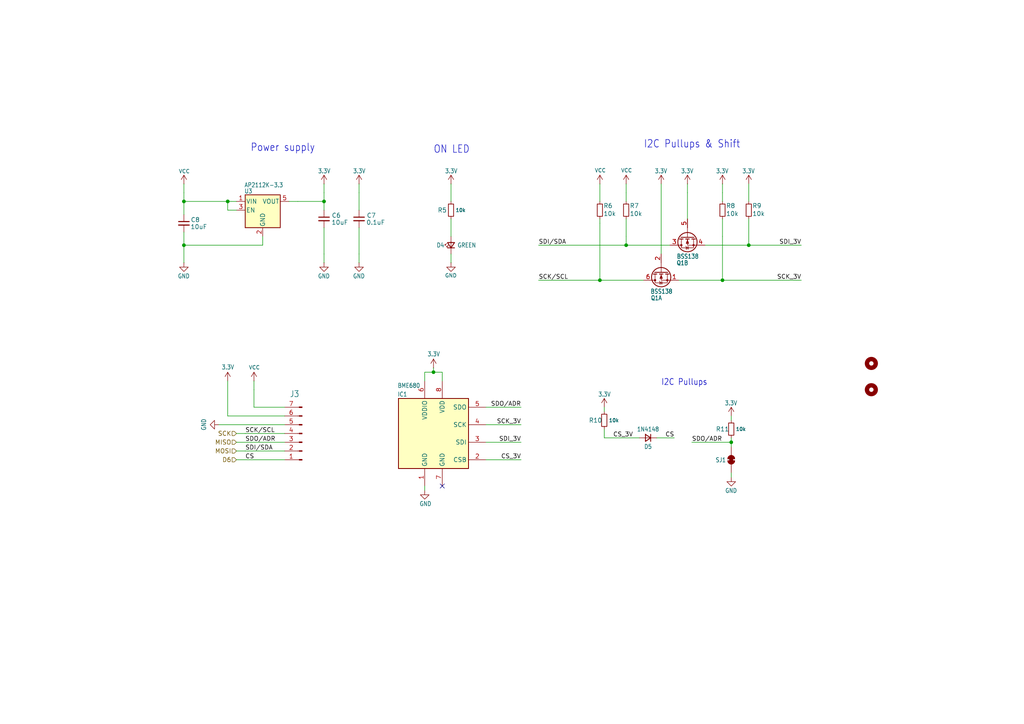
<source format=kicad_sch>
(kicad_sch (version 20231120) (generator "eeschema") (generator_version "8.0")
  (paper "A4")
  (lib_symbols
    (symbol "Connector:Conn_01x07_Pin" (pin_names (offset 1.016) hide)
      (property "Reference" "J" (at 0 10.16 0))
      (property "Value" "Conn_01x07_Pin" (at 0 -10.16 0))
      (symbol "Conn_01x07_Pin_1_1"
        (polyline (pts (xy 1.27 -7.62) (xy 0.8636 -7.62)) (stroke (width 0.1524)))
        (polyline (pts (xy 1.27 -5.08) (xy 0.8636 -5.08)) (stroke (width 0.1524)))
        (polyline (pts (xy 1.27 -2.54) (xy 0.8636 -2.54)) (stroke (width 0.1524)))
        (polyline (pts (xy 1.27 0) (xy 0.8636 0)) (stroke (width 0.1524)))
        (polyline (pts (xy 1.27 2.54) (xy 0.8636 2.54)) (stroke (width 0.1524)))
        (polyline (pts (xy 1.27 5.08) (xy 0.8636 5.08)) (stroke (width 0.1524)))
        (polyline (pts (xy 1.27 7.62) (xy 0.8636 7.62)) (stroke (width 0.1524)))
        (rectangle (start 0.8636 -7.493) (end 0 -7.747) (stroke (width 0.1524)) (fill (type outline)))
        (rectangle (start 0.8636 -4.953) (end 0 -5.207) (stroke (width 0.1524)) (fill (type outline)))
        (rectangle (start 0.8636 -2.413) (end 0 -2.667) (stroke (width 0.1524)) (fill (type outline)))
        (rectangle (start 0.8636 0.127) (end 0 -0.127) (stroke (width 0.1524)) (fill (type outline)))
        (rectangle (start 0.8636 2.667) (end 0 2.413) (stroke (width 0.1524)) (fill (type outline)))
        (rectangle (start 0.8636 5.207) (end 0 4.953) (stroke (width 0.1524)) (fill (type outline)))
        (rectangle (start 0.8636 7.747) (end 0 7.493) (stroke (width 0.1524)) (fill (type outline)))
        (pin passive line (at 5.08 7.62 180) (length 3.81) (name "Pin_1") (number "1"))
        (pin passive line (at 5.08 5.08 180) (length 3.81) (name "Pin_2") (number "2"))
        (pin passive line (at 5.08 2.54 180) (length 3.81) (name "Pin_3") (number "3"))
        (pin passive line (at 5.08 0 180) (length 3.81) (name "Pin_4") (number "4"))
        (pin passive line (at 5.08 -2.54 180) (length 3.81) (name "Pin_5") (number "5"))
        (pin passive line (at 5.08 -5.08 180) (length 3.81) (name "Pin_6") (number "6"))
        (pin passive line (at 5.08 -7.62 180) (length 3.81) (name "Pin_7") (number "7"))
      )
    )
    (symbol "Device:C_Small" (pin_numbers hide) (pin_names (offset 0.254) hide)
      (property "Reference" "C" (at 0.254 1.778 0))
      (property "Value" "C_Small" (at 0.254 -2.032 0))
      (symbol "C_Small_0_1"
        (polyline (pts (xy -1.524 -0.508) (xy 1.524 -0.508)) (stroke (width 0.3302)))
        (polyline (pts (xy -1.524 0.508) (xy 1.524 0.508)) (stroke (width 0.3048)))
      )
      (symbol "C_Small_1_1"
        (pin passive line (at 0 2.54 270) (length 2.032) (name "~") (number "1"))
        (pin passive line (at 0 -2.54 90) (length 2.032) (name "~") (number "2"))
      )
    )
    (symbol "Device:D_Small" (pin_numbers hide) (pin_names (offset 0.254) hide)
      (property "Reference" "D" (at -1.27 2.032 0))
      (property "Value" "D_Small" (at -3.81 -2.032 0))
      (symbol "D_Small_0_1"
        (polyline (pts (xy -0.762 -1.016) (xy -0.762 1.016)) (stroke (width 0.254)))
        (polyline (pts (xy -0.762 0) (xy 0.762 0)))
        (polyline (pts (xy 0.762 -1.016) (xy -0.762 0) (xy 0.762 1.016) (xy 0.762 -1.016)) (stroke (width 0.254)))
      )
      (symbol "D_Small_1_1"
        (pin passive line (at -2.54 0 0) (length 1.778) (name "K") (number "1"))
        (pin passive line (at 2.54 0 180) (length 1.778) (name "A") (number "2"))
      )
    )
    (symbol "Device:LED_Small" (pin_numbers hide) (pin_names (offset 0.254) hide)
      (property "Reference" "D" (at -1.27 3.175 0))
      (property "Value" "LED_Small" (at -4.445 -2.54 0))
      (symbol "LED_Small_0_1"
        (polyline (pts (xy -0.762 -1.016) (xy -0.762 1.016)) (stroke (width 0.254)))
        (polyline (pts (xy 1.016 0) (xy -0.762 0)))
        (polyline (pts (xy 0.762 -1.016) (xy -0.762 0) (xy 0.762 1.016) (xy 0.762 -1.016)) (stroke (width 0.254)))
        (polyline (pts (xy 0 0.762) (xy -0.508 1.27) (xy -0.254 1.27) (xy -0.508 1.27) (xy -0.508 1.016)))
        (polyline (pts (xy 0.508 1.27) (xy 0 1.778) (xy 0.254 1.778) (xy 0 1.778) (xy 0 1.524)))
      )
      (symbol "LED_Small_1_1"
        (pin passive line (at -2.54 0 0) (length 1.778) (name "K") (number "1"))
        (pin passive line (at 2.54 0 180) (length 1.778) (name "A") (number "2"))
      )
    )
    (symbol "Device:Q_Dual_NMOS_G1S2G2D2S1D1" (pin_names (offset 0) hide)
      (property "Reference" "Q2" (at 8.382 -0.254 90))
      (property "Value" "BSS138" (at 6.477 -3.302 90))
      (symbol "Q_Dual_NMOS_G1S2G2D2S1D1_0_1"
        (polyline (pts (xy 0.254 0) (xy -2.54 0)))
        (polyline (pts (xy 0.254 1.905) (xy 0.254 -1.905)) (stroke (width 0.254)))
        (polyline (pts (xy 0.762 -1.27) (xy 0.762 -2.286)) (stroke (width 0.254)))
        (polyline (pts (xy 0.762 0.508) (xy 0.762 -0.508)) (stroke (width 0.254)))
        (polyline (pts (xy 0.762 2.286) (xy 0.762 1.27)) (stroke (width 0.254)))
        (polyline (pts (xy 2.54 2.54) (xy 2.54 1.778)))
        (polyline (pts (xy 2.54 -2.54) (xy 2.54 0) (xy 0.762 0)))
        (polyline (pts (xy 0.762 -1.778) (xy 3.302 -1.778) (xy 3.302 1.778) (xy 0.762 1.778)))
        (polyline (pts (xy 1.016 0) (xy 2.032 0.381) (xy 2.032 -0.381) (xy 1.016 0)) (fill (type outline)))
        (polyline (pts (xy 2.794 0.508) (xy 2.921 0.381) (xy 3.683 0.381) (xy 3.81 0.254)))
        (polyline (pts (xy 3.302 0.381) (xy 2.921 -0.254) (xy 3.683 -0.254) (xy 3.302 0.381)))
        (circle (center 1.651 0) (radius 2.794) (stroke (width 0.254)))
        (circle (center 2.54 -1.778) (radius 0.254) (fill (type outline)))
        (circle (center 2.54 1.778) (radius 0.254) (fill (type outline)))
      )
      (symbol "Q_Dual_NMOS_G1S2G2D2S1D1_1_1"
        (pin passive line (at 2.54 -5.08 90) (length 2.54) (name "S") (number "1"))
        (pin input line (at -5.08 0 0) (length 2.54) (name "G") (number "2"))
        (pin passive line (at 2.54 5.08 270) (length 2.54) (name "D") (number "6"))
      )
      (symbol "Q_Dual_NMOS_G1S2G2D2S1D1_2_1"
        (pin passive line (at 2.54 5.08 270) (length 2.54) (name "D") (number "3"))
        (pin passive line (at 2.54 -5.08 90) (length 2.54) (name "S") (number "4"))
        (pin input line (at -5.08 0 0) (length 2.54) (name "G") (number "5"))
      )
    )
    (symbol "Device:R_Small" (pin_numbers hide) (pin_names (offset 0.254) hide)
      (property "Reference" "R" (at 0.762 0.508 0))
      (property "Value" "R_Small" (at 0.762 -1.016 0))
      (symbol "R_Small_0_1"
        (rectangle (start -0.762 1.778) (end 0.762 -1.778) (stroke (width 0.2032)))
      )
      (symbol "R_Small_1_1"
        (pin passive line (at 0 2.54 270) (length 0.762) (name "~") (number "1"))
        (pin passive line (at 0 -2.54 90) (length 0.762) (name "~") (number "2"))
      )
    )
    (symbol "Jumper:SolderJumper_2_Bridged" (pin_numbers hide) (pin_names (offset 0) hide) (exclude_from_sim yes) (in_bom no)
      (property "Reference" "JP" (at 0 2.032 0))
      (property "Value" "SolderJumper_2_Bridged" (at 0 -2.54 0))
      (symbol "SolderJumper_2_Bridged_0_1"
        (rectangle (start -0.508 0.508) (end 0.508 -0.508) (fill (type outline)))
        (arc (start -0.254 1.016) (mid -1.2656 0) (end -0.254 -1.016))
        (arc (start -0.254 1.016) (mid -1.2656 0) (end -0.254 -1.016) (fill (type outline)))
        (polyline (pts (xy -0.254 1.016) (xy -0.254 -1.016)))
        (polyline (pts (xy 0.254 1.016) (xy 0.254 -1.016)))
        (arc (start 0.254 -1.016) (mid 1.2656 0) (end 0.254 1.016))
        (arc (start 0.254 -1.016) (mid 1.2656 0) (end 0.254 1.016) (fill (type outline)))
      )
      (symbol "SolderJumper_2_Bridged_1_1"
        (pin passive line (at -3.81 0 0) (length 2.54) (name "A") (number "1"))
        (pin passive line (at 3.81 0 180) (length 2.54) (name "B") (number "2"))
      )
    )
    (symbol "Mechanical:MountingHole" (pin_names (offset 1.016)) (exclude_from_sim yes) (in_bom no)
      (property "Reference" "H" (at 0 5.08 0))
      (property "Value" "MountingHole" (at 0 3.175 0))
      (symbol "MountingHole_0_1"
        (circle (center 0 0) (radius 1.27) (stroke (width 1.27)))
      )
    )
    (symbol "Q_Dual_NMOS_G1S2G2D2S1D1_1" (pin_names (offset 0) hide)
      (property "Reference" "Q2" (at 8.382 -0.254 90))
      (property "Value" "BSS138" (at 6.477 -3.302 90))
      (symbol "Q_Dual_NMOS_G1S2G2D2S1D1_1_0_1"
        (polyline (pts (xy 0.254 0) (xy -2.54 0)))
        (polyline (pts (xy 0.254 1.905) (xy 0.254 -1.905)) (stroke (width 0.254)))
        (polyline (pts (xy 0.762 -1.27) (xy 0.762 -2.286)) (stroke (width 0.254)))
        (polyline (pts (xy 0.762 0.508) (xy 0.762 -0.508)) (stroke (width 0.254)))
        (polyline (pts (xy 0.762 2.286) (xy 0.762 1.27)) (stroke (width 0.254)))
        (polyline (pts (xy 2.54 2.54) (xy 2.54 1.778)))
        (polyline (pts (xy 2.54 -2.54) (xy 2.54 0) (xy 0.762 0)))
        (polyline (pts (xy 0.762 -1.778) (xy 3.302 -1.778) (xy 3.302 1.778) (xy 0.762 1.778)))
        (polyline (pts (xy 1.016 0) (xy 2.032 0.381) (xy 2.032 -0.381) (xy 1.016 0)) (fill (type outline)))
        (polyline (pts (xy 2.794 0.508) (xy 2.921 0.381) (xy 3.683 0.381) (xy 3.81 0.254)))
        (polyline (pts (xy 3.302 0.381) (xy 2.921 -0.254) (xy 3.683 -0.254) (xy 3.302 0.381)))
        (circle (center 1.651 0) (radius 2.794) (stroke (width 0.254)))
        (circle (center 2.54 -1.778) (radius 0.254) (fill (type outline)))
        (circle (center 2.54 1.778) (radius 0.254) (fill (type outline)))
      )
      (symbol "Q_Dual_NMOS_G1S2G2D2S1D1_1_1_1"
        (pin passive line (at 2.54 -5.08 90) (length 2.54) (name "S") (number "1"))
        (pin input line (at -5.08 0 0) (length 2.54) (name "G") (number "2"))
        (pin passive line (at 2.54 5.08 270) (length 2.54) (name "D") (number "6"))
      )
      (symbol "Q_Dual_NMOS_G1S2G2D2S1D1_1_2_1"
        (pin passive line (at 2.54 5.08 270) (length 2.54) (name "D") (number "3"))
        (pin passive line (at 2.54 -5.08 90) (length 2.54) (name "S") (number "4"))
        (pin input line (at -5.08 0 0) (length 2.54) (name "G") (number "5"))
      )
    )
    (symbol "Regulator_Linear:AP2112K-3.3" (pin_names (offset 0.254))
      (property "Reference" "U" (at -5.08 5.715 0))
      (property "Value" "AP2112K-3.3" (at 0 5.715 0))
      (symbol "AP2112K-3.3_0_1"
        (rectangle (start -5.08 4.445) (end 5.08 -5.08) (stroke (width 0.254)) (fill (type background)))
      )
      (symbol "AP2112K-3.3_1_1"
        (pin power_in line (at -7.62 2.54 0) (length 2.54) (name "VIN") (number "1"))
        (pin power_in line (at 0 -7.62 90) (length 2.54) (name "GND") (number "2"))
        (pin input line (at -7.62 0 0) (length 2.54) (name "EN") (number "3"))
        (pin no_connect line (at 5.08 0 180) (length 2.54) hide (name "NC") (number "4"))
        (pin power_out line (at 7.62 2.54 180) (length 2.54) (name "VOUT") (number "5"))
      )
    )
    (symbol "Sensor:BME680"
      (property "Reference" "U" (at -8.89 11.43 0))
      (property "Value" "BME680" (at 7.62 11.43 0))
      (symbol "BME680_0_1"
        (rectangle (start -10.16 10.16) (end 10.16 -10.16) (stroke (width 0.254)) (fill (type background)))
      )
      (symbol "BME680_1_1"
        (pin power_in line (at -2.54 -15.24 90) (length 5.08) (name "GND") (number "1"))
        (pin input line (at 15.24 -7.62 180) (length 5.08) (name "CSB") (number "2"))
        (pin bidirectional line (at 15.24 -2.54 180) (length 5.08) (name "SDI") (number "3"))
        (pin input line (at 15.24 2.54 180) (length 5.08) (name "SCK") (number "4"))
        (pin bidirectional line (at 15.24 7.62 180) (length 5.08) (name "SDO") (number "5"))
        (pin power_in line (at -2.54 15.24 270) (length 5.08) (name "VDDIO") (number "6"))
        (pin power_in line (at 2.54 -15.24 90) (length 5.08) (name "GND") (number "7"))
        (pin power_in line (at 2.54 15.24 270) (length 5.08) (name "VDD") (number "8"))
      )
    )
    (symbol "power:+3.3V" (power) (pin_numbers hide) (pin_names (offset 0) hide)
      (property "Value" "+3.3V" (at 0 3.556 0))
      (symbol "+3.3V_0_1"
        (polyline (pts (xy -0.762 1.27) (xy 0 2.54)))
        (polyline (pts (xy 0 0) (xy 0 2.54)))
        (polyline (pts (xy 0 2.54) (xy 0.762 1.27)))
      )
      (symbol "+3.3V_1_1"
        (pin power_in line (at 0 0 90) (length 0) (name "~") (number "1"))
      )
    )
    (symbol "power:GND" (power) (pin_numbers hide) (pin_names (offset 0) hide)
      (property "Value" "GND" (at 0 -3.81 0))
      (symbol "GND_0_1"
        (polyline (pts (xy 0 0) (xy 0 -1.27) (xy 1.27 -1.27) (xy 0 -2.54) (xy -1.27 -1.27) (xy 0 -1.27)))
      )
      (symbol "GND_1_1"
        (pin power_in line (at 0 0 270) (length 0) (name "~") (number "1"))
      )
    )
    (symbol "power:VCC" (power) (pin_numbers hide) (pin_names (offset 0) hide)
      (property "Value" "VCC" (at 0 3.556 0))
      (symbol "VCC_0_1"
        (polyline (pts (xy -0.762 1.27) (xy 0 2.54)))
        (polyline (pts (xy 0 0) (xy 0 2.54)))
        (polyline (pts (xy 0 2.54) (xy 0.762 1.27)))
      )
      (symbol "VCC_1_1"
        (pin power_in line (at 0 0 90) (length 0) (name "~") (number "1"))
      )
    )
  )
  (junction (at 212.09 128.27))
  (junction (at 209.55 81.28))
  (junction (at 125.73 107.95))
  (junction (at 53.34 58.42))
  (junction (at 93.98 58.42))
  (junction (at 53.34 71.12))
  (junction (at 217.17 71.12))
  (junction (at 173.99 81.28))
  (junction (at 66.04 58.42))
  (junction (at 181.61 71.12))
  (no_connect (at 128.27 140.97))
  (wire (pts (xy 140.97 118.11) (xy 151.13 118.11)))
  (wire (pts (xy 93.98 53.34) (xy 93.98 55.88)))
  (wire (pts (xy 217.17 68.58) (xy 217.17 71.12)) (stroke (width 0.1524)))
  (wire (pts (xy 156.21 81.28) (xy 173.99 81.28)))
  (wire (pts (xy 53.34 58.42) (xy 66.04 58.42)) (stroke (width 0.1524)))
  (wire (pts (xy 194.31 71.12) (xy 181.61 71.12)) (stroke (width 0.1524)))
  (wire (pts (xy 128.27 110.49) (xy 128.27 107.95)))
  (wire (pts (xy 71.12 133.35) (xy 82.55 133.35)) (stroke (width 0.1524)))
  (wire (pts (xy 173.99 63.5) (xy 173.99 64.77)))
  (wire (pts (xy 104.14 53.34) (xy 104.14 55.88)))
  (wire (pts (xy 199.39 53.34) (xy 199.39 55.88)))
  (wire (pts (xy 104.14 66.04) (xy 104.14 73.66)) (stroke (width 0.1524)))
  (wire (pts (xy 191.77 53.34) (xy 191.77 73.66)))
  (wire (pts (xy 196.85 81.28) (xy 209.55 81.28)) (stroke (width 0.1524)))
  (wire (pts (xy 212.09 137.16) (xy 212.09 138.43)) (stroke (width 0.1524)))
  (wire (pts (xy 71.12 128.27) (xy 82.55 128.27)) (stroke (width 0.1524)))
  (wire (pts (xy 68.58 128.27) (xy 71.12 128.27)))
  (wire (pts (xy 63.5 123.19) (xy 82.55 123.19)) (stroke (width 0.1524)))
  (wire (pts (xy 93.98 58.42) (xy 93.98 55.88)) (stroke (width 0.1524)))
  (wire (pts (xy 181.61 53.34) (xy 181.61 55.88)))
  (wire (pts (xy 175.26 118.11) (xy 175.26 119.38)))
  (wire (pts (xy 212.09 127) (xy 212.09 128.27)))
  (wire (pts (xy 175.26 127) (xy 185.42 127)) (stroke (width 0.1524)))
  (wire (pts (xy 217.17 63.5) (xy 217.17 68.58)))
  (wire (pts (xy 73.66 118.11) (xy 73.66 113.03)) (stroke (width 0.1524)))
  (wire (pts (xy 123.19 140.97) (xy 123.19 142.24)))
  (wire (pts (xy 93.98 66.04) (xy 93.98 73.66)) (stroke (width 0.1524)))
  (wire (pts (xy 186.69 81.28) (xy 173.99 81.28)) (stroke (width 0.1524)))
  (wire (pts (xy 93.98 58.42) (xy 93.98 60.96)) (stroke (width 0.1524)))
  (wire (pts (xy 123.19 110.49) (xy 123.19 107.95)))
  (wire (pts (xy 66.04 60.96) (xy 66.04 58.42)))
  (wire (pts (xy 209.55 53.34) (xy 209.55 55.88)))
  (wire (pts (xy 93.98 73.66) (xy 93.98 76.2)))
  (wire (pts (xy 156.21 71.12) (xy 181.61 71.12)))
  (wire (pts (xy 53.34 71.12) (xy 76.2 71.12)) (stroke (width 0.1524)))
  (wire (pts (xy 212.09 120.65) (xy 212.09 121.92)))
  (wire (pts (xy 68.58 60.96) (xy 66.04 60.96)))
  (wire (pts (xy 212.09 128.27) (xy 212.09 129.54)))
  (wire (pts (xy 66.04 110.49) (xy 66.04 120.65)) (stroke (width 0.1524)))
  (wire (pts (xy 128.27 107.95) (xy 125.73 107.95)))
  (wire (pts (xy 66.04 120.65) (xy 82.55 120.65)))
  (wire (pts (xy 68.58 125.73) (xy 71.12 125.73)))
  (wire (pts (xy 140.97 128.27) (xy 151.13 128.27)))
  (wire (pts (xy 76.2 71.12) (xy 76.2 68.58)) (stroke (width 0.1524)))
  (wire (pts (xy 173.99 53.34) (xy 173.99 58.42)))
  (wire (pts (xy 68.58 130.81) (xy 71.12 130.81)))
  (wire (pts (xy 123.19 107.95) (xy 125.73 107.95)))
  (wire (pts (xy 71.12 125.73) (xy 82.55 125.73)) (stroke (width 0.1524)))
  (wire (pts (xy 209.55 81.28) (xy 232.41 81.28)) (stroke (width 0.1524)))
  (wire (pts (xy 83.82 58.42) (xy 86.36 58.42)))
  (wire (pts (xy 104.14 73.66) (xy 104.14 76.2)))
  (wire (pts (xy 199.39 55.88) (xy 199.39 63.5)) (stroke (width 0.1524)))
  (wire (pts (xy 53.34 53.34) (xy 53.34 55.88)))
  (wire (pts (xy 104.14 55.88) (xy 104.14 60.96)) (stroke (width 0.1524)))
  (wire (pts (xy 175.26 127) (xy 175.26 124.46)) (stroke (width 0.1524)))
  (wire (pts (xy 173.99 64.77) (xy 173.99 81.28)) (stroke (width 0.1524)))
  (wire (pts (xy 140.97 133.35) (xy 151.13 133.35)))
  (wire (pts (xy 86.36 58.42) (xy 93.98 58.42)) (stroke (width 0.1524)))
  (wire (pts (xy 140.97 123.19) (xy 151.13 123.19)))
  (wire (pts (xy 209.55 58.42) (xy 209.55 55.88)) (stroke (width 0.1524)))
  (wire (pts (xy 217.17 58.42) (xy 217.17 55.88)) (stroke (width 0.1524)))
  (wire (pts (xy 66.04 58.42) (xy 68.58 58.42)) (stroke (width 0.1524)))
  (wire (pts (xy 53.34 55.88) (xy 53.34 58.42)) (stroke (width 0.1524)))
  (wire (pts (xy 130.81 73.66) (xy 130.81 76.2)))
  (wire (pts (xy 53.34 71.12) (xy 53.34 76.2)) (stroke (width 0.1524)))
  (wire (pts (xy 53.34 71.12) (xy 53.34 67.31)) (stroke (width 0.1524)))
  (wire (pts (xy 125.73 106.68) (xy 125.73 107.95)))
  (wire (pts (xy 209.55 68.58) (xy 209.55 81.28)) (stroke (width 0.1524)))
  (wire (pts (xy 181.61 63.5) (xy 181.61 68.58)))
  (wire (pts (xy 217.17 53.34) (xy 217.17 55.88)))
  (wire (pts (xy 130.81 63.5) (xy 130.81 68.58)) (stroke (width 0.1524)))
  (wire (pts (xy 68.58 133.35) (xy 71.12 133.35)))
  (wire (pts (xy 71.12 130.81) (xy 82.55 130.81)) (stroke (width 0.1524)))
  (wire (pts (xy 82.55 118.11) (xy 73.66 118.11)))
  (wire (pts (xy 217.17 71.12) (xy 232.41 71.12)) (stroke (width 0.1524)))
  (wire (pts (xy 204.47 71.12) (xy 217.17 71.12)) (stroke (width 0.1524)))
  (wire (pts (xy 209.55 63.5) (xy 209.55 68.58)))
  (wire (pts (xy 181.61 58.42) (xy 181.61 55.88)) (stroke (width 0.1524)))
  (wire (pts (xy 53.34 58.42) (xy 53.34 62.23)))
  (wire (pts (xy 212.09 128.27) (xy 200.66 128.27)) (stroke (width 0.1524)))
  (wire (pts (xy 190.5 127) (xy 195.58 127)) (stroke (width 0.1524)))
  (wire (pts (xy 181.61 68.58) (xy 181.61 71.12)) (stroke (width 0.1524)))
  (wire (pts (xy 130.81 53.34) (xy 130.81 58.42)))
  (wire (pts (xy 73.66 110.49) (xy 73.66 113.03)))
  (text "I2C Pullups" (at 191.77 112.014 0) (effects (font (size 1.778 1.5113)) (justify left bottom)))
  (text "I2C Pullups & Shift" (at 186.69 43.18 0) (effects (font (size 2.1844 1.8567)) (justify left bottom)))
  (text "ON LED" (at 125.73 44.704 0) (effects (font (size 2.1844 1.8567)) (justify left bottom)))
  (text "Power supply" (at 72.644 44.196 0) (effects (font (size 2.1844 1.8567)) (justify left bottom)))
  (label "SCK_3V" (at 151.13 123.19 180) (effects (font (size 1.2446 1.2446))))
  (label "SDI_3V" (at 232.41 71.12 180) (effects (font (size 1.2446 1.2446))))
  (label "CS_3V" (at 151.13 133.35 180) (effects (font (size 1.2446 1.2446))))
  (label "CS" (at 71.12 133.35 0) (effects (font (size 1.2446 1.2446))))
  (label "SCK_3V" (at 232.41 81.28 180) (effects (font (size 1.2446 1.2446))))
  (label "SDI_3V" (at 151.13 128.27 180) (effects (font (size 1.2446 1.2446))))
  (label "SCK/SCL" (at 156.21 81.28 0) (effects (font (size 1.2446 1.2446))))
  (label "SDI/SDA" (at 156.21 71.12 0) (effects (font (size 1.2446 1.2446))))
  (label "SDO/ADR" (at 71.12 128.27 0) (effects (font (size 1.2446 1.2446))))
  (label "CS_3V" (at 177.8 127 0) (effects (font (size 1.2446 1.2446))))
  (label "SDO/ADR" (at 151.13 118.11 180) (effects (font (size 1.2446 1.2446))))
  (label "CS" (at 195.58 127 180) (effects (font (size 1.2446 1.2446))))
  (label "SDO/ADR" (at 200.66 128.27 0) (effects (font (size 1.2446 1.2446))))
  (label "SCK/SCL" (at 71.12 125.73 0) (effects (font (size 1.2446 1.2446))))
  (label "SDI/SDA" (at 71.12 130.81 0) (effects (font (size 1.2446 1.2446))))
  (hierarchical_label "SCK" (shape input) (at 68.58 125.73 180))
  (hierarchical_label "MOSI" (shape input) (at 68.58 130.81 180))
  (hierarchical_label "D6" (shape input) (at 68.58 133.35 180))
  (hierarchical_label "MISO" (shape input) (at 68.58 128.27 180))
  (symbol (lib_id "power:+3.3V") (at 199.39 53.34 0) (mirror y) (unit 1)
    (property "Reference" "#U$020" (effects (hide yes)))
    (property "Value" "3.3V" (at 201.168 50.292 0) (effects (font (size 1.27 1.0795)) (justify left bottom)))
    (property "Description" "Power symbol creates a global label with name \"+3.3V\"" (effects (hide yes)))
  )
  (symbol (lib_id "Device:R_Small") (at 130.81 60.96 0) (unit 1)
    (property "Reference" "R5" (at 128.27 60.96 0))
    (property "Value" "10k" (at 133.604 60.96 0) (effects (font (size 1.016 1.016) (bold yes))))
    (property "Footprint" "Resistor_SMD:R_0603_1608Metric" (effects (hide yes)))
    (property "Description" "SMD Chip Resistor, 10 kohm, ± 1%, 100 mW, 0603 [1608 Metric], Thick Film, General Purpose" (effects (hide yes)))
    (property "Componant package type" "R_0603" (effects (hide yes)))
    (property "MPN" "/" (effects (hide yes)))
    (property "Manufacturer" "/" (effects (hide yes)))
    (property "SPN" "GPR060310K" (effects (hide yes)))
    (property "Supplier" "Eurocircuits" (effects (hide yes)))
  )
  (symbol (lib_id "power:+3.3V") (at 104.14 53.34 0) (unit 1)
    (property "Reference" "#U$017" (effects (hide yes)))
    (property "Value" "3.3V" (at 102.362 50.292 0) (effects (font (size 1.27 1.0795)) (justify left bottom)))
    (property "Description" "Power symbol creates a global label with name \"+3.3V\"" (effects (hide yes)))
  )
  (symbol (lib_id "power:VCC") (at 181.61 53.34 0) (unit 1)
    (property "Reference" "#P+03" (effects (hide yes)))
    (property "Value" "VCC" (at 180.086 50.038 0) (effects (font (size 1.0795 1.0795)) (justify left bottom)))
    (property "Description" "Power symbol creates a global label with name \"VCC\"" (effects (hide yes)))
  )
  (symbol (lib_id "power:+3.3V") (at 125.73 106.68 0) (unit 1)
    (property "Reference" "#U$026" (effects (hide yes)))
    (property "Value" "3.3V" (at 123.952 103.378 0) (effects (font (size 1.27 1.0795)) (justify left bottom)))
    (property "Description" "Power symbol creates a global label with name \"+3.3V\"" (effects (hide yes)))
  )
  (symbol (lib_id "Device:R_Small") (at 173.99 60.96 0) (unit 1)
    (property "Reference" "R6" (at 175.006 59.69 0) (effects (justify left)))
    (property "Value" "10k" (at 175.006 61.976 0) (effects (justify left)))
    (property "Footprint" "Resistor_SMD:R_0603_1608Metric" (effects (hide yes)))
    (property "Description" "SMD Chip Resistor, 10 kohm, ± 1%, 100 mW, 0603 [1608 Metric], Thick Film, General Purpose" (effects (hide yes)))
    (property "Componant package type" "R_0603" (effects (hide yes)))
    (property "MPN" "/" (effects (hide yes)))
    (property "Manufacturer" "/" (effects (hide yes)))
    (property "SPN" "GPR060310K" (effects (hide yes)))
    (property "Supplier" "Eurocircuits" (effects (hide yes)))
  )
  (symbol (lib_id "power:+3.3V") (at 191.77 53.34 0) (mirror y) (unit 1)
    (property "Reference" "#U$019" (effects (hide yes)))
    (property "Value" "3.3V" (at 193.548 50.292 0) (effects (font (size 1.27 1.0795)) (justify left bottom)))
    (property "Description" "Power symbol creates a global label with name \"+3.3V\"" (effects (hide yes)))
  )
  (symbol (lib_id "Mechanical:MountingHole") (at 252.73 105.41 0) (unit 1) (exclude_from_sim yes) (in_bom no)
    (property "Reference" "U$3" (effects (hide yes)))
    (property "Value" "MOUNTINGHOLE2.5" (effects (hide yes)))
    (property "Footprint" "MountingHole:MountingHole_2.5mm" (effects (hide yes)))
    (property "Description" "Mounting Hole without connection" (effects (hide yes)))
  )
  (symbol (lib_id "Device:C_Small") (at 93.98 63.5 0) (unit 1)
    (property "Reference" "C6" (at 97.536 62.484 0))
    (property "Value" "10uF" (at 98.552 64.516 0))
    (property "Footprint" "Capacitor_SMD:C_0805_2012Metric" (effects (hide yes)))
    (property "Description" "10µF ±10% 25V Ceramic Capacitor X5R 0805 (2012 Metric)" (effects (hide yes)))
    (property "Componant package type" "C_0805" (effects (hide yes)))
    (property "MPN" "/" (effects (hide yes)))
    (property "Manufacturer" "/" (effects (hide yes)))
    (property "SPN" "GPC0805106-25" (effects (hide yes)))
    (property "Supplier" "Eurocircuits" (effects (hide yes)))
  )
  (symbol (lib_id "Jumper:SolderJumper_2_Bridged") (at 212.09 133.35 270) (unit 1) (exclude_from_sim yes) (in_bom no)
    (property "Reference" "SJ1" (at 207.518 134.112 90) (effects (font (size 1.27 1.0795)) (justify left bottom)))
    (property "Value" "SOLDERJUMPER" (effects (hide yes)))
    (property "Footprint" "Jumper:SolderJumper-2_P1.3mm_Open_TrianglePad1.0x1.5mm" (effects (hide yes)))
    (property "Description" "Solder Jumper, 2-pole, closed/bridged" (effects (hide yes)))
  )
  (symbol (lib_id "power:VCC") (at 173.99 53.34 0) (unit 1)
    (property "Reference" "#P+02" (effects (hide yes)))
    (property "Value" "VCC" (at 172.466 50.038 0) (effects (font (size 1.0795 1.0795)) (justify left bottom)))
    (property "Description" "Power symbol creates a global label with name \"VCC\"" (effects (hide yes)))
  )
  (symbol (lib_name "Q_Dual_NMOS_G1S2G2D2S1D1_1") (lib_id "Device:Q_Dual_NMOS_G1S2G2D2S1D1") (at 191.77 78.74 90) (mirror x) (unit 1)
    (property "Reference" "Q1" (at 192.024 87.122 90) (effects (font (size 1.27 1.0795)) (justify left bottom)))
    (property "Value" "BSS138" (at 195.072 85.217 90) (effects (font (size 1.27 1.0795)) (justify left bottom)))
    (property "Footprint" "Package_TO_SOT_SMD:SOT-363_SC-70-6" (effects (hide yes)))
    (property "Description" "MOSFET 2N-CH 50V 0.2A SOT363" (effects (hide yes)))
    (property "Componant package type" "SOT-363" (effects (hide yes)))
    (property "MPN" "BSS138DWQ-7" (effects (hide yes)))
    (property "Manufacturer" "Diodes Incorporated" (effects (hide yes)))
    (property "SPN" "BSS138DWQ-7DITR-ND" (effects (hide yes)))
    (property "Supplier" "DigiKey" (effects (hide yes)))
  )
  (symbol (lib_id "Device:R_Small") (at 175.26 121.92 180) (unit 1)
    (property "Reference" "R10" (at 172.72 121.92 0))
    (property "Value" "10k" (at 178.054 121.92 0) (effects (font (size 1.016 1.016) (bold yes))))
    (property "Footprint" "Resistor_SMD:R_0603_1608Metric" (effects (hide yes)))
    (property "Description" "SMD Chip Resistor, 10 kohm, ± 1%, 100 mW, 0603 [1608 Metric], Thick Film, General Purpose" (effects (hide yes)))
    (property "Componant package type" "R_0603" (effects (hide yes)))
    (property "MPN" "/" (effects (hide yes)))
    (property "Manufacturer" "/" (effects (hide yes)))
    (property "SPN" "GPR060310K" (effects (hide yes)))
    (property "Supplier" "Eurocircuits" (effects (hide yes)))
  )
  (symbol (lib_id "Mechanical:MountingHole") (at 252.73 113.03 0) (unit 1) (exclude_from_sim yes) (in_bom no)
    (property "Reference" "U$4" (effects (hide yes)))
    (property "Value" "MOUNTINGHOLE2.5" (effects (hide yes)))
    (property "Footprint" "MountingHole:MountingHole_2.5mm" (effects (hide yes)))
    (property "Description" "Mounting Hole without connection" (effects (hide yes)))
  )
  (symbol (lib_id "power:+3.3V") (at 93.98 53.34 0) (unit 1)
    (property "Reference" "#U$016" (effects (hide yes)))
    (property "Value" "3.3V" (at 92.202 50.292 0) (effects (font (size 1.27 1.0795)) (justify left bottom)))
    (property "Description" "Power symbol creates a global label with name \"+3.3V\"" (effects (hide yes)))
  )
  (symbol (lib_id "power:VCC") (at 53.34 53.34 0) (unit 1)
    (property "Reference" "#P+01" (effects (hide yes)))
    (property "Value" "VCC" (at 51.816 50.292 0) (effects (font (size 1.0795 1.0795)) (justify left bottom)))
    (property "Description" "Power symbol creates a global label with name \"VCC\"" (effects (hide yes)))
  )
  (symbol (lib_id "power:GND") (at 130.81 76.2 0) (unit 1)
    (property "Reference" "#GND01" (effects (hide yes)))
    (property "Value" "GND" (at 129.032 80.518 0) (effects (font (size 1.0795 1.0795)) (justify left bottom)))
    (property "Description" "Power symbol creates a global label with name \"GND\" , ground" (effects (hide yes)))
  )
  (symbol (lib_id "power:GND") (at 93.98 76.2 0) (unit 1)
    (property "Reference" "#U$024" (effects (hide yes)))
    (property "Value" "GND" (at 92.202 80.772 0) (effects (font (size 1.27 1.0795)) (justify left bottom)))
    (property "Description" "Power symbol creates a global label with name \"GND\" , ground" (effects (hide yes)))
  )
  (symbol (lib_id "Device:R_Small") (at 212.09 124.46 180) (unit 1)
    (property "Reference" "R11" (at 209.55 124.46 0))
    (property "Value" "10k" (at 214.884 124.46 0) (effects (font (size 1.016 1.016) (bold yes))))
    (property "Footprint" "Resistor_SMD:R_0603_1608Metric" (effects (hide yes)))
    (property "Description" "SMD Chip Resistor, 10 kohm, ± 1%, 100 mW, 0603 [1608 Metric], Thick Film, General Purpose" (effects (hide yes)))
    (property "Componant package type" "R_0603" (effects (hide yes)))
    (property "MPN" "/" (effects (hide yes)))
    (property "Manufacturer" "/" (effects (hide yes)))
    (property "SPN" "GPR060310K" (effects (hide yes)))
    (property "Supplier" "Eurocircuits" (effects (hide yes)))
  )
  (symbol (lib_id "power:+3.3V") (at 212.09 120.65 0) (mirror y) (unit 1)
    (property "Reference" "#U$029" (effects (hide yes)))
    (property "Value" "3.3V" (at 213.868 117.602 0) (effects (font (size 1.27 1.0795)) (justify left bottom)))
    (property "Description" "Power symbol creates a global label with name \"+3.3V\"" (effects (hide yes)))
  )
  (symbol (lib_id "power:GND") (at 104.14 76.2 0) (unit 1)
    (property "Reference" "#U$025" (effects (hide yes)))
    (property "Value" "GND" (at 102.362 80.772 0) (effects (font (size 1.27 1.0795)) (justify left bottom)))
    (property "Description" "Power symbol creates a global label with name \"GND\" , ground" (effects (hide yes)))
  )
  (symbol (lib_id "power:+3.3V") (at 217.17 53.34 0) (mirror y) (unit 1)
    (property "Reference" "#U$022" (effects (hide yes)))
    (property "Value" "3.3V" (at 218.948 50.292 0) (effects (font (size 1.27 1.0795)) (justify left bottom)))
    (property "Description" "Power symbol creates a global label with name \"+3.3V\"" (effects (hide yes)))
  )
  (symbol (lib_id "Device:C_Small") (at 104.14 63.5 0) (unit 1)
    (property "Reference" "C7" (at 107.696 62.484 0))
    (property "Value" "0.1uF" (at 108.966 64.516 0))
    (property "Footprint" "Capacitor_SMD:C_0603_1608Metric" (effects (hide yes)))
    (property "Description" "0.1 µF ±10% 100V Ceramic Capacitor X7R 0603 (1608 Metric)" (effects (hide yes)))
    (property "Componant package type" "C_0603" (effects (hide yes)))
    (property "MPN" "/" (effects (hide yes)))
    (property "Manufacturer" "/" (effects (hide yes)))
    (property "SPN" "GPC0603104-100 " (effects (hide yes)))
    (property "Supplier" "Eurocircuits" (effects (hide yes)))
  )
  (symbol (lib_id "Regulator_Linear:AP2112K-3.3") (at 76.2 60.96 0) (unit 1)
    (property "Reference" "U3" (at 70.866 56.134 0) (effects (font (size 1.27 1.0795)) (justify left bottom)))
    (property "Value" "AP2112K-3.3" (at 70.866 54.356 0) (effects (font (size 1.27 1.0795)) (justify left bottom)))
    (property "Footprint" "Package_TO_SOT_SMD:SOT-23-5" (effects (hide yes)))
    (property "Datasheet" "https://www.diodes.com/assets/Datasheets/AP2112.pdf" (effects (hide yes)))
    (property "Description" "IC REG LINEAR 3.3V 600MA SOT25" (effects (hide yes)))
    (property "Componant package type" "SOT-25" (effects (hide yes)))
    (property "MPN" "AP2112K-3.3TRG1" (effects (hide yes)))
    (property "Manufacturer" "Diodes Incorporate" (effects (hide yes)))
    (property "SPN" "AP2112K-3.3TRG1DITR-ND" (effects (hide yes)))
    (property "Supplier" "DigiKey" (effects (hide yes)))
  )
  (symbol (lib_id "Device:Q_Dual_NMOS_G1S2G2D2S1D1") (at 199.39 68.58 90) (mirror x) (unit 2)
    (property "Reference" "Q1" (at 199.644 76.962 90) (effects (font (size 1.27 1.0795)) (justify left bottom)))
    (property "Value" "BSS138" (at 202.692 75.057 90) (effects (font (size 1.27 1.0795)) (justify left bottom)))
    (property "Footprint" "Package_TO_SOT_SMD:SOT-363_SC-70-6" (effects (hide yes)))
    (property "Description" "MOSFET 2N-CH 50V 0.2A SOT363" (effects (hide yes)))
    (property "Componant package type" "SOT-363" (effects (hide yes)))
    (property "MPN" "BSS138DWQ-7" (effects (hide yes)))
    (property "Manufacturer" "Diodes Incorporated" (effects (hide yes)))
    (property "SPN" "BSS138DWQ-7DITR-ND" (effects (hide yes)))
    (property "Supplier" "DigiKey" (effects (hide yes)))
  )
  (symbol (lib_id "Connector:Conn_01x07_Pin") (at 87.63 125.73 180) (unit 1)
    (property "Reference" "J3" (at 86.868 113.284 0) (effects (font (size 1.778 1.5113)) (justify left bottom)))
    (property "Value" "HEADER-1X770MIL" (effects (hide yes)))
    (property "Footprint" "Connector_PinHeader_2.54mm:PinHeader_1x07_P2.54mm_Vertical" (effects (hide yes)))
    (property "Description" "CONN HEADER VERT 7POS 2.54MM" (effects (hide yes)))
    (property "Componant package type" "/" (effects (hide yes)))
    (property "MPN" "TSW-107-23-G-S" (effects (hide yes)))
    (property "Manufacturer" "Samtec Inc." (effects (hide yes)))
    (property "SPN" "SAM1069-07-ND" (effects (hide yes)))
    (property "Supplier" "DigiKey" (effects (hide yes)))
  )
  (symbol (lib_id "Device:LED_Small") (at 130.81 71.12 90) (unit 1)
    (property "Reference" "D4" (at 127.762 71.12 90) (effects (font (size 1.27 1.0795))))
    (property "Value" "GREEN" (at 135.382 71.12 90) (effects (font (size 1.27 1.0795))))
    (property "Footprint" "LED_SMD:LED_0603_1608Metric" (effects (hide yes)))
    (property "Description" "LED GREEN CLEAR 0603 SMD" (effects (hide yes)))
    (property "Componant package type" "LED_0603" (effects (hide yes)))
    (property "MPN" "150060GS75000" (effects (hide yes)))
    (property "Manufacturer" "Würth Elektronik" (effects (hide yes)))
    (property "SPN" "732-4971-2-ND" (effects (hide yes)))
    (property "Supplier" "DigiKey" (effects (hide yes)))
  )
  (symbol (lib_id "Device:C_Small") (at 53.34 64.77 0) (unit 1)
    (property "Reference" "C8" (at 56.642 63.754 0))
    (property "Value" "10uF" (at 57.658 65.786 0))
    (property "Footprint" "Capacitor_SMD:C_0805_2012Metric" (effects (hide yes)))
    (property "Description" "10µF ±10% 25V Ceramic Capacitor X5R 0805 (2012 Metric)" (effects (hide yes)))
    (property "Componant package type" "C_0805" (effects (hide yes)))
    (property "MPN" "/" (effects (hide yes)))
    (property "Manufacturer" "/" (effects (hide yes)))
    (property "SPN" "GPC0805106-25" (effects (hide yes)))
    (property "Supplier" "Eurocircuits" (effects (hide yes)))
  )
  (symbol (lib_id "power:GND") (at 123.19 142.24 0) (unit 1)
    (property "Reference" "#U$032" (effects (hide yes)))
    (property "Value" "GND" (at 121.666 146.812 0) (effects (font (size 1.27 1.0795)) (justify left bottom)))
    (property "Description" "Power symbol creates a global label with name \"GND\" , ground" (effects (hide yes)))
  )
  (symbol (lib_id "Device:R_Small") (at 209.55 60.96 0) (unit 1)
    (property "Reference" "R8" (at 210.566 59.69 0) (effects (justify left)))
    (property "Value" "10k" (at 210.566 61.976 0) (effects (justify left)))
    (property "Footprint" "Resistor_SMD:R_0603_1608Metric" (effects (hide yes)))
    (property "Description" "SMD Chip Resistor, 10 kohm, ± 1%, 100 mW, 0603 [1608 Metric], Thick Film, General Purpose" (effects (hide yes)))
    (property "Componant package type" "R_0603" (effects (hide yes)))
    (property "MPN" "/" (effects (hide yes)))
    (property "Manufacturer" "/" (effects (hide yes)))
    (property "SPN" "GPR060310K" (effects (hide yes)))
    (property "Supplier" "Eurocircuits" (effects (hide yes)))
  )
  (symbol (lib_id "Device:R_Small") (at 217.17 60.96 0) (unit 1)
    (property "Reference" "R9" (at 218.186 59.69 0) (effects (justify left)))
    (property "Value" "10k" (at 218.186 61.976 0) (effects (justify left)))
    (property "Footprint" "Resistor_SMD:R_0603_1608Metric" (effects (hide yes)))
    (property "Description" "SMD Chip Resistor, 10 kohm, ± 1%, 100 mW, 0603 [1608 Metric], Thick Film, General Purpose" (effects (hide yes)))
    (property "Componant package type" "R_0603" (effects (hide yes)))
    (property "MPN" "/" (effects (hide yes)))
    (property "Manufacturer" "/" (effects (hide yes)))
    (property "SPN" "GPR060310K" (effects (hide yes)))
    (property "Supplier" "Eurocircuits" (effects (hide yes)))
  )
  (symbol (lib_id "power:GND") (at 63.5 123.19 270) (unit 1)
    (property "Reference" "#U$030" (effects (hide yes)))
    (property "Value" "GND" (at 58.42 121.412 0) (effects (font (size 1.27 1.0795)) (justify left bottom)))
    (property "Description" "Power symbol creates a global label with name \"GND\" , ground" (effects (hide yes)))
  )
  (symbol (lib_id "power:+3.3V") (at 66.04 110.49 0) (unit 1)
    (property "Reference" "#U$027" (effects (hide yes)))
    (property "Value" "3.3V" (at 64.262 107.188 0) (effects (font (size 1.27 1.0795)) (justify left bottom)))
    (property "Description" "Power symbol creates a global label with name \"+3.3V\"" (effects (hide yes)))
  )
  (symbol (lib_id "Sensor:BME680") (at 125.73 125.73 0) (unit 1)
    (property "Reference" "IC1" (at 115.316 115.062 0) (effects (font (size 1.27 1.0795)) (justify left bottom)))
    (property "Value" "BME680" (at 115.316 112.522 0) (effects (font (size 1.27 1.0795)) (justify left bottom)))
    (property "Footprint" "Package_LGA:Bosch_LGA-8_3x3mm_P0.8mm_ClockwisePinNumbering" (effects (hide yes)))
    (property "Datasheet" "https://ae-bst.resource.bosch.com/media/_tech/media/datasheets/BST-BME680-DS001.pdf" (effects (hide yes)))
    (property "Description" "SENSOR GAS/HUM/PRES/TEMP I2C OUT" (effects (hide yes)))
    (property "Componant package type" "/" (effects (hide yes)))
    (property "MPN" "BME680" (effects (hide yes)))
    (property "Manufacturer" "Bosch Sensortec" (effects (hide yes)))
    (property "SPN" "828-1077-2-ND" (effects (hide yes)))
    (property "Supplier" "DigiKey" (effects (hide yes)))
  )
  (symbol (lib_id "power:GND") (at 53.34 76.2 0) (unit 1)
    (property "Reference" "#U$023" (effects (hide yes)))
    (property "Value" "GND" (at 51.562 80.772 0) (effects (font (size 1.27 1.0795)) (justify left bottom)))
    (property "Description" "Power symbol creates a global label with name \"GND\" , ground" (effects (hide yes)))
  )
  (symbol (lib_id "power:+3.3V") (at 209.55 53.34 0) (mirror y) (unit 1)
    (property "Reference" "#U$021" (effects (hide yes)))
    (property "Value" "3.3V" (at 211.328 50.292 0) (effects (font (size 1.27 1.0795)) (justify left bottom)))
    (property "Description" "Power symbol creates a global label with name \"+3.3V\"" (effects (hide yes)))
  )
  (symbol (lib_id "Device:R_Small") (at 181.61 60.96 0) (unit 1)
    (property "Reference" "R7" (at 182.626 59.69 0) (effects (justify left)))
    (property "Value" "10k" (at 182.626 61.976 0) (effects (justify left)))
    (property "Footprint" "Resistor_SMD:R_0603_1608Metric" (effects (hide yes)))
    (property "Description" "SMD Chip Resistor, 10 kohm, ± 1%, 100 mW, 0603 [1608 Metric], Thick Film, General Purpose" (effects (hide yes)))
    (property "Componant package type" "R_0603" (effects (hide yes)))
    (property "MPN" "/" (effects (hide yes)))
    (property "Manufacturer" "/" (effects (hide yes)))
    (property "SPN" "GPR060310K" (effects (hide yes)))
    (property "Supplier" "Eurocircuits" (effects (hide yes)))
  )
  (symbol (lib_id "power:VCC") (at 73.66 110.49 0) (unit 1)
    (property "Reference" "#P+04" (effects (hide yes)))
    (property "Value" "VCC" (at 72.136 107.188 0) (effects (font (size 1.0795 1.0795)) (justify left bottom)))
    (property "Description" "Power symbol creates a global label with name \"VCC\"" (effects (hide yes)))
  )
  (symbol (lib_id "power:+3.3V") (at 175.26 118.11 0) (unit 1)
    (property "Reference" "#U$028" (effects (hide yes)))
    (property "Value" "3.3V" (at 173.482 115.062 0) (effects (font (size 1.27 1.0795)) (justify left bottom)))
    (property "Description" "Power symbol creates a global label with name \"+3.3V\"" (effects (hide yes)))
  )
  (symbol (lib_id "power:+3.3V") (at 130.81 53.34 0) (unit 1)
    (property "Reference" "#U$018" (effects (hide yes)))
    (property "Value" "3.3V" (at 129.032 50.292 0) (effects (font (size 1.27 1.0795)) (justify left bottom)))
    (property "Description" "Power symbol creates a global label with name \"+3.3V\"" (effects (hide yes)))
  )
  (symbol (lib_id "Device:D_Small") (at 187.96 127 180) (unit 1)
    (property "Reference" "D5" (at 187.96 129.54 0) (effects (font (size 1.27 1.0795))))
    (property "Value" "1N4148" (at 187.96 124.5 0) (effects (font (size 1.27 1.0795))))
    (property "Footprint" "Diode_SMD:D_SOD-323" (effects (hide yes)))
    (property "Description" "DIODE GEN PURP 75V 150MA SOD323" (effects (hide yes)))
    (property "Componant package type" "SOD-323" (effects (hide yes)))
    (property "MPN" "1N4148WX-TP" (effects (hide yes)))
    (property "Manufacturer" "Micro Commercial Co" (effects (hide yes)))
    (property "SPN" "1N4148WXTPMSTR-ND" (effects (hide yes)))
    (property "Supplier" "DigiKey" (effects (hide yes)))
  )
  (symbol (lib_id "power:GND") (at 212.09 138.43 0) (unit 1)
    (property "Reference" "#U$031" (effects (hide yes)))
    (property "Value" "GND" (at 210.312 143.002 0) (effects (font (size 1.27 1.0795)) (justify left bottom)))
    (property "Description" "Power symbol creates a global label with name \"GND\" , ground" (effects (hide yes)))
  )
)
</source>
